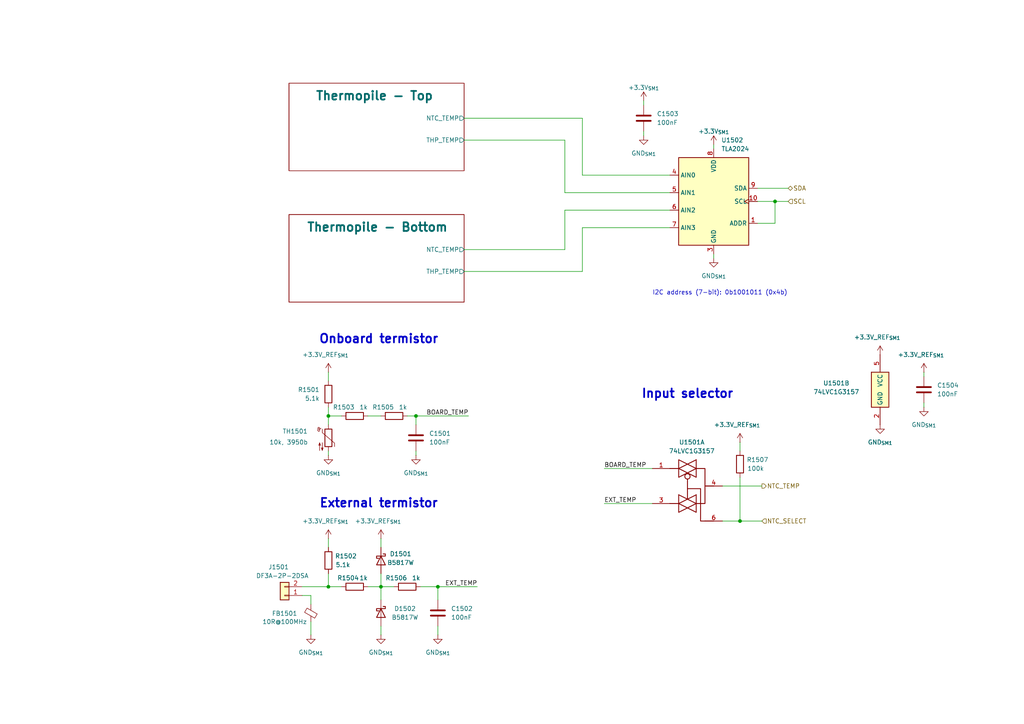
<source format=kicad_sch>
(kicad_sch (version 20231120) (generator "eeschema") (generator_version "8.0")
  (paper "A4")
  (title_block (title "Sensor multi-board") (date "2024-06-17") (rev "${VERSION}") (company "TrendBit s.r.o.") (comment 1 "Designed by: Petr Malaník"))
  (lib_symbols
    (symbol "74xGxx:74LVC1G3157"
      (property "Reference" "U" (at 5.08 7.62 0))
      (property "Value" "74LVC1G3157" (at 10.16 -7.62 0))
      (symbol "74LVC1G3157_1_1"
        (polyline (pts (xy -7.62 -10.16) (xy -5.08 -10.16)) (stroke (width 0.254)) (fill (type background)))
        (polyline (pts (xy -7.62 0) (xy -5.08 0)) (stroke (width 0.254)) (fill (type background)))
        (polyline (pts (xy 0 -3.81) (xy 0 2.032)) (stroke (width 0.254)))
        (polyline (pts (xy 5.08 -5.08) (xy 2.54 -5.08)) (stroke (width 0.254)) (fill (type background)))
        (polyline (pts (xy 5.08 5.08) (xy 2.54 5.08)) (stroke (width 0.254)) (fill (type background)))
        (polyline (pts (xy -2.54 -5.08) (xy 0 -6.35) (xy -2.54 -7.62) (xy -2.54 -5.08)) (stroke (width 0.254)))
        (polyline (pts (xy -2.54 -2.54) (xy -2.54 -5.08) (xy 0 -3.81) (xy -2.54 -2.54)) (stroke (width 0.254)))
        (polyline (pts (xy -2.54 5.08) (xy 0 3.81) (xy -2.54 2.54) (xy -2.54 5.08)) (stroke (width 0.254)))
        (polyline (pts (xy -2.54 7.62) (xy 0 6.35) (xy -2.54 5.08) (xy -2.54 7.62)) (stroke (width 0.254)))
        (polyline (pts (xy 0 -0.762) (xy -3.81 -0.762) (xy -3.81 -10.16) (xy -5.08 -10.16)) (stroke (width 0.254)))
        (polyline (pts (xy 2.54 -5.08) (xy 0 -6.35) (xy 2.54 -7.62) (xy 2.54 -5.08)) (stroke (width 0.254)))
        (polyline (pts (xy 2.54 -2.54) (xy 2.54 -5.08) (xy 0 -3.81) (xy 2.54 -2.54)) (stroke (width 0.254)))
        (polyline (pts (xy 2.54 5.08) (xy 2.54 2.54) (xy 0 3.81) (xy 2.54 5.08)) (stroke (width 0.254)))
        (polyline (pts (xy 2.54 5.08) (xy 2.54 7.62) (xy 0 6.35) (xy 2.54 5.08)) (stroke (width 0.254)))
        (polyline (pts (xy -2.54 5.08) (xy -5.08 5.08) (xy -5.08 0) (xy -5.08 -5.08) (xy -2.54 -5.08)) (stroke (width 0.254)))
        (circle (center 0 2.794) (radius 0.762) (stroke (width 0.254)))
        (pin bidirectional line (at 10.16 5.08 180) (length 5.08) (name "~") (number "1"))
        (pin bidirectional line (at 10.16 -5.08 180) (length 5.08) (name "~") (number "3"))
        (pin bidirectional line (at -10.16 0 0) (length 5.08) (name "~") (number "4"))
        (pin input line (at -10.16 -10.16 0) (length 5.08) (name "~") (number "6"))
      )
      (symbol "74LVC1G3157_2_1"
        (rectangle (start -2.54 5.08) (end 2.54 -5.08) (stroke (width 0.254)) (fill (type background)))
        (pin power_in line (at 0 -10.16 90) (length 5.08) (name "GND") (number "2"))
        (pin power_in line (at 0 10.16 270) (length 5.08) (name "VCC") (number "5"))
      )
    )
    (symbol "Connector_Generic:Conn_01x02" (pin_names (offset 1.016) hide)
      (property "Reference" "J" (at 0 2.54 0))
      (property "Value" "Conn_01x02" (at 0 -5.08 0))
      (symbol "Conn_01x02_1_1"
        (rectangle (start -1.27 -2.413) (end 0 -2.667) (stroke (width 0.1524)))
        (rectangle (start -1.27 0.127) (end 0 -0.127) (stroke (width 0.1524)))
        (rectangle (start -1.27 1.27) (end 1.27 -3.81) (stroke (width 0.254)) (fill (type background)))
        (pin passive line (at -5.08 0 0) (length 3.81) (name "Pin_1") (number "1"))
        (pin passive line (at -5.08 -2.54 0) (length 3.81) (name "Pin_2") (number "2"))
      )
    )
    (symbol "Device:C" (pin_numbers hide) (pin_names (offset 0.254))
      (property "Reference" "C" (at 0.635 2.54 0))
      (property "Value" "C" (at 0.635 -2.54 0))
      (symbol "C_0_1"
        (polyline (pts (xy -2.032 -0.762) (xy 2.032 -0.762)) (stroke (width 0.508)))
        (polyline (pts (xy -2.032 0.762) (xy 2.032 0.762)) (stroke (width 0.508)))
      )
      (symbol "C_1_1"
        (pin passive line (at 0 3.81 270) (length 2.794) (name "~") (number "1"))
        (pin passive line (at 0 -3.81 90) (length 2.794) (name "~") (number "2"))
      )
    )
    (symbol "Device:D_Schottky" (pin_numbers hide) (pin_names (offset 1.016) hide)
      (property "Reference" "D" (at 0 2.54 0))
      (property "Value" "D_Schottky" (at 0 -2.54 0))
      (symbol "D_Schottky_0_1"
        (polyline (pts (xy 1.27 0) (xy -1.27 0)))
        (polyline (pts (xy 1.27 1.27) (xy 1.27 -1.27) (xy -1.27 0) (xy 1.27 1.27)) (stroke (width 0.254)))
        (polyline (pts (xy -1.905 0.635) (xy -1.905 1.27) (xy -1.27 1.27) (xy -1.27 -1.27) (xy -0.635 -1.27) (xy -0.635 -0.635)) (stroke (width 0.254)))
      )
      (symbol "D_Schottky_1_1"
        (pin passive line (at -3.81 0 0) (length 2.54) (name "K") (number "1"))
        (pin passive line (at 3.81 0 180) (length 2.54) (name "A") (number "2"))
      )
    )
    (symbol "Device:FerriteBead_Small" (pin_numbers hide) (pin_names (offset 0))
      (property "Reference" "FB" (at 1.905 1.27 0))
      (property "Value" "FerriteBead_Small" (at 1.905 -1.27 0))
      (symbol "FerriteBead_Small_0_1"
        (polyline (pts (xy 0 -1.27) (xy 0 -0.7874)))
        (polyline (pts (xy 0 0.889) (xy 0 1.2954)))
        (polyline (pts (xy -1.8288 0.2794) (xy -1.1176 1.4986) (xy 1.8288 -0.2032) (xy 1.1176 -1.4224) (xy -1.8288 0.2794)))
      )
      (symbol "FerriteBead_Small_1_1"
        (pin passive line (at 0 2.54 270) (length 1.27) (name "~") (number "1"))
        (pin passive line (at 0 -2.54 90) (length 1.27) (name "~") (number "2"))
      )
    )
    (symbol "Device:R" (pin_numbers hide) (pin_names (offset 0))
      (property "Reference" "R" (at 2.032 0 90))
      (property "Value" "R" (at 0 0 90))
      (symbol "R_0_1"
        (rectangle (start -1.016 -2.54) (end 1.016 2.54) (stroke (width 0.254)))
      )
      (symbol "R_1_1"
        (pin passive line (at 0 3.81 270) (length 1.27) (name "~") (number "1"))
        (pin passive line (at 0 -3.81 90) (length 1.27) (name "~") (number "2"))
      )
    )
    (symbol "Device:Thermistor_NTC" (pin_numbers hide) (pin_names (offset 0))
      (property "Reference" "TH" (at -4.445 0 90))
      (property "Value" "Thermistor_NTC" (at 3.175 0 90))
      (symbol "Thermistor_NTC_0_1"
        (arc (start -3.048 2.159) (mid -3.0495 2.3143) (end -3.175 2.413))
        (arc (start -3.048 2.159) (mid -2.9736 1.9794) (end -2.794 1.905))
        (arc (start -3.048 2.794) (mid -2.9736 2.6144) (end -2.794 2.54))
        (arc (start -2.794 1.905) (mid -2.6144 1.9794) (end -2.54 2.159))
        (arc (start -2.794 2.54) (mid -2.4393 2.5587) (end -2.159 2.794))
        (arc (start -2.794 3.048) (mid -2.9736 2.9736) (end -3.048 2.794))
        (arc (start -2.54 2.794) (mid -2.6144 2.9736) (end -2.794 3.048))
        (rectangle (start -1.016 2.54) (end 1.016 -2.54) (stroke (width 0.254)))
        (polyline (pts (xy -2.54 2.159) (xy -2.54 2.794)))
        (polyline (pts (xy -1.778 2.54) (xy -1.778 1.524) (xy 1.778 -1.524) (xy 1.778 -2.54)))
        (polyline (pts (xy -2.54 -3.683) (xy -2.54 -1.397) (xy -2.794 -2.159) (xy -2.286 -2.159) (xy -2.54 -1.397) (xy -2.54 -1.651)) (fill (type outline)))
        (polyline (pts (xy -1.778 -1.397) (xy -1.778 -3.683) (xy -2.032 -2.921) (xy -1.524 -2.921) (xy -1.778 -3.683) (xy -1.778 -3.429)) (fill (type outline)))
      )
      (symbol "Thermistor_NTC_1_1"
        (pin passive line (at 0 3.81 270) (length 1.27) (name "~") (number "1"))
        (pin passive line (at 0 -3.81 90) (length 1.27) (name "~") (number "2"))
      )
    )
    (symbol "TCY_IC:TLA2024"
      (property "Reference" "U" (at -0.762 0.254 0))
      (property "Value" "TLA2024" (at -3.81 -2.54 0))
      (symbol "TLA2024_0_1"
        (rectangle (start -10.16 12.7) (end 10.16 -12.7) (stroke (width 0.254)) (fill (type background)))
      )
      (symbol "TLA2024_1_1"
        (pin input line (at 12.7 -6.35 180) (length 2.54) (name "ADDR") (number "1"))
        (pin input clock (at 12.7 0 180) (length 2.54) (name "SCL") (number "10"))
        (pin no_connect non_logic (at 12.7 7.62 180) (length 2.54) hide (name "NC") (number "2"))
        (pin power_in line (at 0 -15.24 90) (length 2.54) (name "GND") (number "3"))
        (pin input line (at -12.7 7.62 0) (length 2.54) (name "AIN0") (number "4"))
        (pin input line (at -12.7 2.54 0) (length 2.54) (name "AIN1") (number "5"))
        (pin input line (at -12.7 -2.54 0) (length 2.54) (name "AIN2") (number "6"))
        (pin input line (at -12.7 -7.62 0) (length 2.54) (name "AIN3") (number "7"))
        (pin power_in line (at 0 15.24 270) (length 2.54) (name "VDD") (number "8"))
        (pin bidirectional line (at 12.7 3.81 180) (length 2.54) (name "SDA") (number "9"))
      )
    )
    (symbol "power:+3.3V" (power) (pin_numbers hide) (pin_names (offset 0) hide)
      (property "Value" "+3.3V" (at 0 3.556 0))
      (symbol "+3.3V_0_1"
        (polyline (pts (xy -0.762 1.27) (xy 0 2.54)))
        (polyline (pts (xy 0 0) (xy 0 2.54)))
        (polyline (pts (xy 0 2.54) (xy 0.762 1.27)))
      )
      (symbol "+3.3V_1_1"
        (pin power_in line (at 0 0 90) (length 0) (name "~") (number "1"))
      )
    )
    (symbol "power:GND" (power) (pin_numbers hide) (pin_names (offset 0) hide)
      (property "Value" "GND" (at 0 -3.81 0))
      (symbol "GND_0_1"
        (polyline (pts (xy 0 0) (xy 0 -1.27) (xy 1.27 -1.27) (xy 0 -2.54) (xy -1.27 -1.27) (xy 0 -1.27)))
      )
      (symbol "GND_1_1"
        (pin power_in line (at 0 0 270) (length 0) (name "~") (number "1"))
      )
    )
  )
  (junction (at 95.25 120.65))
  (junction (at 110.49 170.18))
  (junction (at 120.65 120.65))
  (junction (at 95.25 170.18))
  (junction (at 127 170.18))
  (junction (at 224.79 58.42))
  (junction (at 214.63 151.13))
  (wire (pts (xy 224.79 58.42) (xy 224.79 64.77)))
  (wire (pts (xy 134.62 34.29) (xy 168.91 34.29)))
  (wire (pts (xy 90.17 184.15) (xy 90.17 180.34)))
  (wire (pts (xy 90.17 172.72) (xy 90.17 175.26)))
  (wire (pts (xy 95.25 170.18) (xy 99.06 170.18)))
  (wire (pts (xy 214.63 138.43) (xy 214.63 151.13)))
  (wire (pts (xy 186.69 29.21) (xy 186.69 30.48)))
  (wire (pts (xy 120.65 130.81) (xy 120.65 132.08)))
  (wire (pts (xy 134.62 40.64) (xy 163.83 40.64)))
  (wire (pts (xy 95.25 156.21) (xy 95.25 158.75)))
  (wire (pts (xy 224.79 58.42) (xy 228.6 58.42)))
  (wire (pts (xy 95.25 107.95) (xy 95.25 110.49)))
  (wire (pts (xy 120.65 120.65) (xy 135.89 120.65)))
  (wire (pts (xy 267.97 118.11) (xy 267.97 116.84)))
  (wire (pts (xy 163.83 55.88) (xy 194.31 55.88)))
  (wire (pts (xy 110.49 170.18) (xy 114.3 170.18)))
  (wire (pts (xy 168.91 50.8) (xy 168.91 34.29)))
  (wire (pts (xy 110.49 156.21) (xy 110.49 158.75)))
  (wire (pts (xy 186.69 39.37) (xy 186.69 38.1)))
  (wire (pts (xy 120.65 120.65) (xy 120.65 123.19)))
  (wire (pts (xy 168.91 66.04) (xy 194.31 66.04)))
  (wire (pts (xy 219.71 54.61) (xy 228.6 54.61)))
  (wire (pts (xy 267.97 107.95) (xy 267.97 109.22)))
  (wire (pts (xy 214.63 151.13) (xy 220.98 151.13)))
  (wire (pts (xy 110.49 166.37) (xy 110.49 170.18)))
  (wire (pts (xy 168.91 50.8) (xy 194.31 50.8)))
  (wire (pts (xy 168.91 66.04) (xy 168.91 78.74)))
  (wire (pts (xy 134.62 72.39) (xy 163.83 72.39)))
  (wire (pts (xy 127 170.18) (xy 127 173.99)))
  (wire (pts (xy 127 184.15) (xy 127 181.61)))
  (wire (pts (xy 127 170.18) (xy 138.43 170.18)))
  (wire (pts (xy 207.01 41.91) (xy 207.01 43.18)))
  (wire (pts (xy 175.26 146.05) (xy 189.23 146.05)))
  (wire (pts (xy 110.49 184.15) (xy 110.49 181.61)))
  (wire (pts (xy 106.68 170.18) (xy 110.49 170.18)))
  (wire (pts (xy 95.25 120.65) (xy 95.25 118.11)))
  (wire (pts (xy 163.83 60.96) (xy 163.83 72.39)))
  (wire (pts (xy 99.06 120.65) (xy 95.25 120.65)))
  (wire (pts (xy 134.62 78.74) (xy 168.91 78.74)))
  (wire (pts (xy 95.25 166.37) (xy 95.25 170.18)))
  (wire (pts (xy 121.92 170.18) (xy 127 170.18)))
  (wire (pts (xy 219.71 58.42) (xy 224.79 58.42)))
  (wire (pts (xy 106.68 120.65) (xy 110.49 120.65)))
  (wire (pts (xy 87.63 170.18) (xy 95.25 170.18)))
  (wire (pts (xy 163.83 60.96) (xy 194.31 60.96)))
  (wire (pts (xy 95.25 130.81) (xy 95.25 132.08)))
  (wire (pts (xy 214.63 151.13) (xy 209.55 151.13)))
  (wire (pts (xy 87.63 172.72) (xy 90.17 172.72)))
  (wire (pts (xy 118.11 120.65) (xy 120.65 120.65)))
  (wire (pts (xy 163.83 40.64) (xy 163.83 55.88)))
  (wire (pts (xy 220.98 140.97) (xy 209.55 140.97)))
  (wire (pts (xy 95.25 120.65) (xy 95.25 123.19)))
  (wire (pts (xy 175.26 135.89) (xy 189.23 135.89)))
  (wire (pts (xy 219.71 64.77) (xy 224.79 64.77)))
  (wire (pts (xy 207.01 74.93) (xy 207.01 73.66)))
  (wire (pts (xy 214.63 128.27) (xy 214.63 130.81)))
  (wire (pts (xy 110.49 170.18) (xy 110.49 173.99)))
  (text "Onboard termistor" (at 109.855 98.425 0) (effects (font (size 2.5 2.5) (thickness 0.5) (bold yes))))
  (text "I2C address (7-bit): 0b1001011 (0x4b)" (at 189.23 85.725 0) (effects (font (size 1.27 1.27)) (justify left bottom)))
  (text "Input selector" (at 199.39 114.3 0) (effects (font (size 2.5 2.5) (thickness 0.5) (bold yes))))
  (text "External termistor" (at 109.855 146.05 0) (effects (font (size 2.5 2.5) (thickness 0.5) (bold yes))))
  (label "BOARD_TEMP" (at 175.26 135.89 0))
  (label "EXT_TEMP" (at 175.26 146.05 0))
  (label "EXT_TEMP" (at 138.43 170.18 180))
  (label "BOARD_TEMP" (at 135.89 120.65 180))
  (hierarchical_label "SCL" (shape input) (at 228.6 58.42 0))
  (hierarchical_label "SDA" (shape tri_state) (at 228.6 54.61 0))
  (hierarchical_label "NTC_TEMP" (shape output) (at 220.98 140.97 0))
  (hierarchical_label "NTC_SELECT" (shape input) (at 220.98 151.13 0))
  (symbol (lib_id "Device:R") (at 114.3 120.65 90) (mirror x) (unit 1)
    (property "Reference" "R1505" (at 114.3 118.11 90) (effects (justify left)))
    (property "Value" "1k" (at 118.11 118.11 90) (effects (justify left)))
    (property "Footprint" "Resistor_SMD:R_0603_1608Metric" (effects (hide yes)))
    (property "LCSC" "C21190" (effects (hide yes)))
  )
  (symbol (lib_id "Device:C") (at 127 177.8 0) (unit 1)
    (property "Reference" "C1502" (at 130.81 176.5299 0) (effects (justify left)))
    (property "Value" "100nF" (at 130.81 179.0699 0) (effects (justify left)))
    (property "Footprint" "Capacitor_SMD:C_0603_1608Metric" (effects (hide yes)))
    (property "Description" "Unpolarized capacitor" (effects (hide yes)))
    (property "LCSC" "C14663" (effects (hide yes)))
  )
  (symbol (lib_id "Device:R") (at 118.11 170.18 90) (mirror x) (unit 1)
    (property "Reference" "R1506" (at 118.11 167.64 90) (effects (justify left)))
    (property "Value" "1k" (at 121.92 167.64 90) (effects (justify left)))
    (property "Footprint" "Resistor_SMD:R_0603_1608Metric" (effects (hide yes)))
    (property "LCSC" "C21190" (effects (hide yes)))
  )
  (symbol (lib_id "power:+3.3V") (at 95.25 156.21 0) (unit 1)
    (property "Reference" "#PWR01504" (effects (hide yes)))
    (property "Value" "+3.3V_REF_{SM1}" (at 87.63 151.13 0) (effects (justify left)))
    (property "Description" "Power symbol creates a global label with name \"+3.3V\"" (effects (hide yes)))
  )
  (symbol (lib_id "TCY_IC:TLA2024") (at 207.01 58.42 0) (unit 1)
    (property "Reference" "U1502" (at 209.2041 40.64 0) (effects (justify left)))
    (property "Value" "TLA2024" (at 209.2041 43.18 0) (effects (justify left)))
    (property "Footprint" "Package_DFN_QFN:Texas_UQFN-10_1.5x2mm_P0.5mm" (effects (hide yes)))
    (property "Datasheet" "https://www.ti.com/lit/gpn/TLA2024" (effects (hide yes)))
    (property "Description" "4-Channel, 12-Bit ADC with I2C Interface" (effects (hide yes)))
    (property "Mouser" "https://cz.mouser.com/ProductDetail/Texas-Instruments/TLA2024IRUGT?qs=chTDxNqvsylxt6cbA39OGw%3D%3D" (effects (hide yes)))
    (property "MPN" "TLA2024IRUGT" (effects (hide yes)))
    (property "LCSC" "C2670138" (effects (hide yes)))
  )
  (symbol (lib_id "power:GND") (at 120.65 132.08 0) (unit 1)
    (property "Reference" "#PWR01507" (effects (hide yes)))
    (property "Value" "GND_{SM1}" (at 120.65 137.16 0))
    (property "Description" "Power symbol creates a global label with name \"GND\" , ground" (effects (hide yes)))
  )
  (symbol (lib_id "Device:R") (at 95.25 114.3 0) (mirror y) (unit 1)
    (property "Reference" "R1501" (at 92.71 113.03 0) (effects (justify left)))
    (property "Value" "5.1k" (at 92.71 115.57 0) (effects (justify left)))
    (property "Footprint" "Resistor_SMD:R_0603_1608Metric" (effects (hide yes)))
    (property "LCSC" "C122969" (effects (hide yes)))
  )
  (symbol (lib_id "power:GND") (at 95.25 132.08 0) (unit 1)
    (property "Reference" "#PWR01503" (effects (hide yes)))
    (property "Value" "GND_{SM1}" (at 95.25 137.16 0))
    (property "Description" "Power symbol creates a global label with name \"GND\" , ground" (effects (hide yes)))
  )
  (symbol (lib_id "Device:Thermistor_NTC") (at 95.25 127 0) (unit 1)
    (property "Reference" "TH1501" (at 81.915 125.095 0) (effects (justify left)))
    (property "Value" "10k, 3950b" (at 78.105 128.27 0) (effects (justify left)))
    (property "Footprint" "Inductor_SMD:L_0603_1608Metric" (effects (hide yes)))
    (property "Description" "Temperature dependent resistor, negative temperature coefficient" (effects (hide yes)))
    (property "LCSC" "C279936" (effects (hide yes)))
    (property "MPN" "SDNT1608X103F3950FTF" (effects (hide yes)))
  )
  (symbol (lib_id "Connector_Generic:Conn_01x02") (at 82.55 172.72 180) (unit 1)
    (property "Reference" "J1501" (at 83.82 164.465 0) (effects (justify left)))
    (property "Value" "DF3A-2P-2DSA" (at 89.535 167.005 0) (effects (justify left)))
    (property "Footprint" "TCY_connectors:Hirose_DF3A-02P-2DSA_1x02_P2.00mm_Vertical" (effects (hide yes)))
    (property "Description" "Generic connector, single row, 01x02, script generated (kicad-library-utils/schlib/autogen/connector/)" (effects (hide yes)))
    (property "LCSC" "C531025" (effects (hide yes)))
    (property "MPN" "DF3A-2P-2DSA" (effects (hide yes)))
  )
  (symbol (lib_id "74xGxx:74LVC1G3157") (at 199.39 140.97 0) (mirror y) (unit 1)
    (property "Reference" "U1501" (at 200.66 128.27 0))
    (property "Value" "74LVC1G3157" (at 200.66 130.81 0))
    (property "Footprint" "Package_TO_SOT_SMD:SOT-363_SC-70-6" (effects (hide yes)))
    (property "Datasheet" "http://www.ti.com/lit/sg/scyt129e/scyt129e.pdf" (effects (hide yes)))
    (property "Description" "SPDT Analog Switch, Low-Voltage CMOS" (effects (hide yes)))
    (property "LCSC" "C38663" (effects (hide yes)))
    (property "MPN" "SN74LVC1G3157DCKR" (effects (hide yes)))
  )
  (symbol (lib_id "Device:C") (at 267.97 113.03 0) (unit 1)
    (property "Reference" "C1504" (at 271.78 111.7599 0) (effects (justify left)))
    (property "Value" "100nF" (at 271.78 114.2999 0) (effects (justify left)))
    (property "Footprint" "Capacitor_SMD:C_0603_1608Metric" (effects (hide yes)))
    (property "Description" "Unpolarized capacitor" (effects (hide yes)))
    (property "LCSC" "C14663" (effects (hide yes)))
  )
  (symbol (lib_id "74xGxx:74LVC1G3157") (at 255.27 113.03 0) (mirror y) (unit 2)
    (property "Reference" "U1501" (at 242.57 111.125 0))
    (property "Value" "74LVC1G3157" (at 242.57 113.665 0))
    (property "Footprint" "Package_TO_SOT_SMD:SOT-363_SC-70-6" (effects (hide yes)))
    (property "Datasheet" "http://www.ti.com/lit/sg/scyt129e/scyt129e.pdf" (effects (hide yes)))
    (property "Description" "SPDT Analog Switch, Low-Voltage CMOS" (effects (hide yes)))
    (property "LCSC" "C38663" (effects (hide yes)))
    (property "MPN" "SN74LVC1G3157DCKR" (effects (hide yes)))
  )
  (symbol (lib_id "power:GND") (at 110.49 184.15 0) (unit 1)
    (property "Reference" "#PWR01506" (effects (hide yes)))
    (property "Value" "GND_{SM1}" (at 110.49 189.23 0))
    (property "Description" "Power symbol creates a global label with name \"GND\" , ground" (effects (hide yes)))
  )
  (symbol (lib_id "power:GND") (at 267.97 118.11 0) (unit 1)
    (property "Reference" "#PWR01517" (effects (hide yes)))
    (property "Value" "GND_{SM1}" (at 267.97 123.19 0))
    (property "Description" "Power symbol creates a global label with name \"GND\" , ground" (effects (hide yes)))
  )
  (symbol (lib_id "Device:D_Schottky") (at 110.49 177.8 270) (unit 1)
    (property "Reference" "D1502" (at 117.475 176.53 90))
    (property "Value" "B5817W" (at 117.475 179.07 90))
    (property "Footprint" "Diode_SMD:D_SOD-123" (effects (hide yes)))
    (property "Description" "Schottky diode" (effects (hide yes)))
    (property "LCSC" "C7420328" (effects (hide yes)))
    (property "MPN" "B5817W" (effects (hide yes)))
  )
  (symbol (lib_id "power:+3.3V") (at 207.01 41.91 0) (unit 1)
    (property "Reference" "#PWR01511" (effects (hide yes)))
    (property "Value" "+3.3V_{SM1}" (at 207.01 38.1 0))
    (property "Description" "Power symbol creates a global label with name \"+3.3V\"" (effects (hide yes)))
  )
  (symbol (lib_id "power:+3.3V") (at 214.63 128.27 0) (unit 1)
    (property "Reference" "#PWR01513" (effects (hide yes)))
    (property "Value" "+3.3V_REF_{SM1}" (at 207.01 123.19 0) (effects (justify left)))
    (property "Description" "Power symbol creates a global label with name \"+3.3V\"" (effects (hide yes)))
  )
  (symbol (lib_id "power:+3.3V") (at 255.27 102.87 0) (unit 1)
    (property "Reference" "#PWR01514" (effects (hide yes)))
    (property "Value" "+3.3V_REF_{SM1}" (at 247.65 97.79 0) (effects (justify left)))
    (property "Description" "Power symbol creates a global label with name \"+3.3V\"" (effects (hide yes)))
  )
  (symbol (lib_id "power:GND") (at 186.69 39.37 0) (unit 1)
    (property "Reference" "#PWR01510" (effects (hide yes)))
    (property "Value" "GND_{SM1}" (at 186.69 44.45 0))
    (property "Description" "Power symbol creates a global label with name \"GND\" , ground" (effects (hide yes)))
  )
  (symbol (lib_id "power:GND") (at 90.17 184.15 0) (unit 1)
    (property "Reference" "#PWR01501" (effects (hide yes)))
    (property "Value" "GND_{SM1}" (at 90.17 189.23 0))
    (property "Description" "Power symbol creates a global label with name \"GND\" , ground" (effects (hide yes)))
  )
  (symbol (lib_id "power:+3.3V") (at 95.25 107.95 0) (unit 1)
    (property "Reference" "#PWR01502" (effects (hide yes)))
    (property "Value" "+3.3V_REF_{SM1}" (at 87.63 102.87 0) (effects (justify left)))
    (property "Description" "Power symbol creates a global label with name \"+3.3V\"" (effects (hide yes)))
  )
  (symbol (lib_id "Device:R") (at 214.63 134.62 0) (mirror y) (unit 1)
    (property "Reference" "R1507" (at 222.885 133.35 0) (effects (justify left)))
    (property "Value" "100k" (at 221.615 135.89 0) (effects (justify left)))
    (property "Footprint" "Resistor_SMD:R_0603_1608Metric" (effects (hide yes)))
    (property "Description" "Resistor" (effects (hide yes)))
    (property "LCSC" "C122538" (effects (hide yes)))
  )
  (symbol (lib_id "power:GND") (at 207.01 74.93 0) (unit 1)
    (property "Reference" "#PWR01512" (effects (hide yes)))
    (property "Value" "GND_{SM1}" (at 207.01 80.01 0))
    (property "Description" "Power symbol creates a global label with name \"GND\" , ground" (effects (hide yes)))
  )
  (symbol (lib_id "power:+3.3V") (at 110.49 156.21 0) (unit 1)
    (property "Reference" "#PWR01505" (effects (hide yes)))
    (property "Value" "+3.3V_REF_{SM1}" (at 102.87 151.13 0) (effects (justify left)))
    (property "Description" "Power symbol creates a global label with name \"+3.3V\"" (effects (hide yes)))
  )
  (symbol (lib_id "power:+3.3V") (at 186.69 29.21 0) (unit 1)
    (property "Reference" "#PWR01509" (effects (hide yes)))
    (property "Value" "+3.3V_{SM1}" (at 186.69 25.4 0))
    (property "Description" "Power symbol creates a global label with name \"+3.3V\"" (effects (hide yes)))
  )
  (symbol (lib_id "Device:FerriteBead_Small") (at 90.17 177.8 180) (unit 1)
    (property "Reference" "FB1501" (at 82.55 177.927 0))
    (property "Value" "10R@100MHz" (at 82.55 180.34 0))
    (property "Footprint" "Inductor_SMD:L_0603_1608Metric" (effects (hide yes)))
    (property "Description" "Ferrite bead, small symbol" (effects (hide yes)))
    (property "Link" "https://cz.mouser.com/ProductDetail/Murata-Electronics/BLM21PG220SN1D?qs=tuW2Z%252BT4A0yqSWmso6vkmg%3D%3D" (effects (hide yes)))
    (property "MPN" " GZ1608D601TF" (effects (hide yes)))
    (property "MPNA" "BLE18PK100SN1D" (effects (hide yes)))
    (property "Mouser" "https://cz.mouser.com/ProductDetail/Murata-Electronics/BLE18PK100SN1D?qs=W%2FMpXkg%252BdQ6tzBmLeY1psA%3D%3D" (effects (hide yes)))
    (property "LCSC" "C2971881" (effects (hide yes)))
  )
  (symbol (lib_id "Device:C") (at 120.65 127 0) (unit 1)
    (property "Reference" "C1501" (at 124.46 125.7299 0) (effects (justify left)))
    (property "Value" "100nF" (at 124.46 128.2699 0) (effects (justify left)))
    (property "Footprint" "Capacitor_SMD:C_0603_1608Metric" (effects (hide yes)))
    (property "Description" "Unpolarized capacitor" (effects (hide yes)))
    (property "LCSC" "C14663" (effects (hide yes)))
  )
  (symbol (lib_id "Device:C") (at 186.69 34.29 0) (unit 1)
    (property "Reference" "C1503" (at 190.5 33.0199 0) (effects (justify left)))
    (property "Value" "100nF" (at 190.5 35.5599 0) (effects (justify left)))
    (property "Footprint" "Capacitor_SMD:C_0603_1608Metric" (effects (hide yes)))
    (property "Description" "Unpolarized capacitor" (effects (hide yes)))
    (property "LCSC" "C14663" (effects (hide yes)))
  )
  (symbol (lib_id "power:+3.3V") (at 267.97 107.95 0) (unit 1)
    (property "Reference" "#PWR01516" (effects (hide yes)))
    (property "Value" "+3.3V_REF_{SM1}" (at 260.35 102.87 0) (effects (justify left)))
    (property "Description" "Power symbol creates a global label with name \"+3.3V\"" (effects (hide yes)))
  )
  (symbol (lib_id "power:GND") (at 127 184.15 0) (unit 1)
    (property "Reference" "#PWR01508" (effects (hide yes)))
    (property "Value" "GND_{SM1}" (at 127 189.23 0))
    (property "Description" "Power symbol creates a global label with name \"GND\" , ground" (effects (hide yes)))
  )
  (symbol (lib_id "Device:R") (at 102.87 120.65 90) (mirror x) (unit 1)
    (property "Reference" "R1503" (at 102.87 118.11 90) (effects (justify left)))
    (property "Value" "1k" (at 106.68 118.11 90) (effects (justify left)))
    (property "Footprint" "Resistor_SMD:R_0603_1608Metric" (effects (hide yes)))
    (property "LCSC" "C21190" (effects (hide yes)))
  )
  (symbol (lib_id "Device:R") (at 102.87 170.18 90) (mirror x) (unit 1)
    (property "Reference" "R1504" (at 104.14 167.64 90) (effects (justify left)))
    (property "Value" "1k" (at 106.68 167.64 90) (effects (justify left)))
    (property "Footprint" "Resistor_SMD:R_0603_1608Metric" (effects (hide yes)))
    (property "LCSC" "C21190" (effects (hide yes)))
  )
  (symbol (lib_id "Device:D_Schottky") (at 110.49 162.56 270) (unit 1)
    (property "Reference" "D1501" (at 116.205 160.655 90))
    (property "Value" "B5817W" (at 116.205 163.195 90))
    (property "Footprint" "Diode_SMD:D_SOD-123" (effects (hide yes)))
    (property "Description" "Schottky diode" (effects (hide yes)))
    (property "LCSC" "C7420328" (effects (hide yes)))
    (property "MPN" "B5817W" (effects (hide yes)))
  )
  (symbol (lib_id "power:GND") (at 255.27 123.19 0) (unit 1)
    (property "Reference" "#PWR01515" (effects (hide yes)))
    (property "Value" "GND_{SM1}" (at 255.27 128.27 0))
    (property "Description" "Power symbol creates a global label with name \"GND\" , ground" (effects (hide yes)))
  )
  (symbol (lib_id "Device:R") (at 95.25 162.56 0) (mirror y) (unit 1)
    (property "Reference" "R1502" (at 103.505 161.29 0) (effects (justify left)))
    (property "Value" "5.1k" (at 101.6 163.83 0) (effects (justify left)))
    (property "Footprint" "Resistor_SMD:R_0603_1608Metric" (effects (hide yes)))
    (property "LCSC" "C122969" (effects (hide yes)))
  )
  (sheet (at 83.82 62.23) (size 50.8 25.4) (stroke (width 0.1524))
    (property "Sheetname" "Thermopile - Bottom" (at 88.9 67.31 0) (effects (font (size 2.5 2.5) (bold yes)) (justify left bottom)))
    (property "Sheetfile" "Thermopile.kicad_sch" (effects (hide yes)))
    (pin "THP_TEMP" output (at 134.62 78.74 0))
    (pin "NTC_TEMP" output (at 134.62 72.39 0))
  )
  (sheet (at 83.82 24.13) (size 50.8 25.4) (stroke (width 0.1524))
    (property "Sheetname" "Thermopile - Top" (at 91.44 29.21 0) (effects (font (size 2.5 2.5) (bold yes)) (justify left bottom)))
    (property "Sheetfile" "Thermopile.kicad_sch" (effects (hide yes)))
    (pin "THP_TEMP" output (at 134.62 40.64 0))
    (pin "NTC_TEMP" output (at 134.62 34.29 0))
  )
)
</source>
